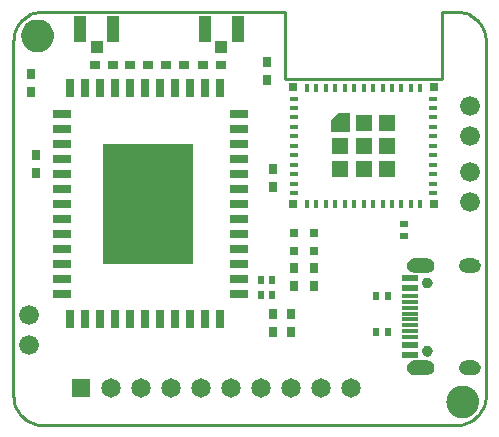
<source format=gbr>
G04 EAGLE Gerber RS-274X export*
G75*
%MOMM*%
%FSLAX34Y34*%
%LPD*%
%INSoldermask Top*%
%IPPOS*%
%AMOC8*
5,1,8,0,0,1.08239X$1,22.5*%
G01*
%ADD10C,2.500000*%
%ADD11R,1.650000X1.650000*%
%ADD12C,1.650000*%
%ADD13R,0.800000X0.400000*%
%ADD14R,0.400000X0.800000*%
%ADD15R,1.450000X1.450000*%
%ADD16R,0.700000X0.700000*%
%ADD17R,0.600000X0.700000*%
%ADD18R,1.450000X0.300000*%
%ADD19R,1.450000X0.600000*%
%ADD20R,1.450000X0.550000*%
%ADD21C,0.650000*%
%ADD22R,0.700000X0.600000*%
%ADD23R,0.800000X1.500000*%
%ADD24R,1.500000X0.800000*%
%ADD25R,7.620000X10.160000*%
%ADD26R,1.050000X2.200000*%
%ADD27R,1.000000X1.050000*%
%ADD28R,0.800000X0.900000*%
%ADD29R,0.900000X0.800000*%
%ADD30R,0.800000X0.800000*%
%ADD31C,1.676400*%
%ADD32C,0.254000*%

G36*
X285085Y247919D02*
X285085Y247919D01*
X285080Y247926D01*
X285087Y247932D01*
X285087Y264432D01*
X285051Y264479D01*
X285044Y264474D01*
X285038Y264481D01*
X275138Y264481D01*
X275117Y264465D01*
X275103Y264467D01*
X268503Y257867D01*
X268501Y257853D01*
X268491Y257845D01*
X268496Y257837D01*
X268489Y257832D01*
X268489Y247932D01*
X268525Y247885D01*
X268532Y247890D01*
X268538Y247883D01*
X285038Y247883D01*
X285085Y247919D01*
G37*
G36*
X350805Y129054D02*
X350805Y129054D01*
X350808Y129051D01*
X352075Y129256D01*
X352081Y129262D01*
X352086Y129259D01*
X353275Y129741D01*
X353279Y129748D01*
X353285Y129746D01*
X354338Y130480D01*
X354340Y130488D01*
X354346Y130487D01*
X355209Y131437D01*
X355210Y131446D01*
X355215Y131446D01*
X355845Y132565D01*
X355844Y132573D01*
X355850Y132575D01*
X356215Y133805D01*
X356212Y133812D01*
X356216Y133815D01*
X356215Y133815D01*
X356217Y133816D01*
X356299Y135097D01*
X356297Y135101D01*
X356299Y135103D01*
X356217Y136384D01*
X356211Y136390D01*
X356215Y136395D01*
X355850Y137625D01*
X355843Y137630D01*
X355845Y137635D01*
X355215Y138754D01*
X355208Y138757D01*
X355209Y138763D01*
X354346Y139713D01*
X354338Y139714D01*
X354338Y139720D01*
X353285Y140454D01*
X353277Y140454D01*
X353275Y140459D01*
X352086Y140941D01*
X352078Y140939D01*
X352075Y140944D01*
X350808Y141149D01*
X350803Y141146D01*
X350800Y141149D01*
X338800Y141149D01*
X338796Y141146D01*
X338793Y141149D01*
X337671Y140994D01*
X337666Y140989D01*
X337662Y140992D01*
X336591Y140621D01*
X336587Y140615D01*
X336582Y140617D01*
X335605Y140044D01*
X335602Y140038D01*
X335597Y140039D01*
X334750Y139286D01*
X334748Y139279D01*
X334743Y139279D01*
X334059Y138376D01*
X334059Y138369D01*
X334054Y138368D01*
X333559Y137349D01*
X333561Y137342D01*
X333559Y137341D01*
X333556Y137340D01*
X333269Y136243D01*
X333272Y136237D01*
X333268Y136234D01*
X333201Y135103D01*
X333203Y135099D01*
X333201Y135097D01*
X333268Y133966D01*
X333273Y133961D01*
X333269Y133957D01*
X333556Y132860D01*
X333562Y132856D01*
X333559Y132851D01*
X334054Y131832D01*
X334060Y131829D01*
X334059Y131824D01*
X334743Y130921D01*
X334750Y130919D01*
X334750Y130914D01*
X335597Y130161D01*
X335604Y130161D01*
X335605Y130156D01*
X336582Y129583D01*
X336589Y129584D01*
X336591Y129579D01*
X337662Y129208D01*
X337668Y129211D01*
X337671Y129206D01*
X338793Y129051D01*
X338798Y129054D01*
X338800Y129051D01*
X350800Y129051D01*
X350805Y129054D01*
G37*
G36*
X350805Y42654D02*
X350805Y42654D01*
X350808Y42651D01*
X352075Y42856D01*
X352081Y42862D01*
X352086Y42859D01*
X353275Y43341D01*
X353279Y43348D01*
X353285Y43346D01*
X354338Y44080D01*
X354340Y44088D01*
X354346Y44087D01*
X355209Y45037D01*
X355210Y45046D01*
X355215Y45046D01*
X355845Y46165D01*
X355844Y46173D01*
X355850Y46175D01*
X356215Y47405D01*
X356212Y47412D01*
X356216Y47415D01*
X356215Y47415D01*
X356217Y47416D01*
X356299Y48697D01*
X356297Y48701D01*
X356299Y48703D01*
X356217Y49984D01*
X356211Y49990D01*
X356215Y49995D01*
X355850Y51225D01*
X355843Y51230D01*
X355845Y51235D01*
X355215Y52354D01*
X355208Y52357D01*
X355209Y52363D01*
X354346Y53313D01*
X354338Y53314D01*
X354338Y53320D01*
X353285Y54054D01*
X353277Y54054D01*
X353275Y54059D01*
X352086Y54541D01*
X352078Y54539D01*
X352075Y54544D01*
X350808Y54749D01*
X350803Y54746D01*
X350800Y54749D01*
X338800Y54749D01*
X338796Y54746D01*
X338793Y54749D01*
X337671Y54594D01*
X337666Y54589D01*
X337662Y54592D01*
X336591Y54221D01*
X336587Y54215D01*
X336582Y54217D01*
X335605Y53644D01*
X335602Y53638D01*
X335597Y53639D01*
X334750Y52886D01*
X334748Y52879D01*
X334743Y52879D01*
X334059Y51976D01*
X334059Y51969D01*
X334054Y51968D01*
X333559Y50949D01*
X333561Y50942D01*
X333559Y50941D01*
X333556Y50940D01*
X333269Y49843D01*
X333272Y49837D01*
X333268Y49834D01*
X333201Y48703D01*
X333203Y48699D01*
X333201Y48697D01*
X333268Y47566D01*
X333273Y47561D01*
X333269Y47557D01*
X333556Y46460D01*
X333562Y46456D01*
X333559Y46451D01*
X334054Y45432D01*
X334060Y45429D01*
X334059Y45424D01*
X334743Y44521D01*
X334750Y44519D01*
X334750Y44514D01*
X335597Y43761D01*
X335604Y43761D01*
X335605Y43756D01*
X336582Y43183D01*
X336589Y43184D01*
X336591Y43179D01*
X337662Y42808D01*
X337668Y42811D01*
X337671Y42806D01*
X338793Y42651D01*
X338798Y42654D01*
X338800Y42651D01*
X350800Y42651D01*
X350805Y42654D01*
G37*
G36*
X389604Y129053D02*
X389604Y129053D01*
X389606Y129051D01*
X390935Y129206D01*
X390941Y129212D01*
X390945Y129209D01*
X392206Y129656D01*
X392211Y129663D01*
X392216Y129661D01*
X393346Y130378D01*
X393349Y130385D01*
X393355Y130384D01*
X394297Y131335D01*
X394298Y131343D01*
X394304Y131343D01*
X395011Y132479D01*
X395011Y132484D01*
X395012Y132485D01*
X395011Y132487D01*
X395016Y132489D01*
X395452Y133754D01*
X395450Y133762D01*
X395455Y133765D01*
X395599Y135095D01*
X395595Y135101D01*
X395599Y135105D01*
X395489Y136271D01*
X395484Y136276D01*
X395487Y136280D01*
X395152Y137403D01*
X395146Y137407D01*
X395148Y137411D01*
X394600Y138447D01*
X394594Y138450D01*
X394595Y138455D01*
X393856Y139363D01*
X393849Y139365D01*
X393849Y139370D01*
X392947Y140117D01*
X392940Y140117D01*
X392939Y140123D01*
X391908Y140679D01*
X391901Y140678D01*
X391899Y140683D01*
X390780Y141027D01*
X390773Y141025D01*
X390770Y141029D01*
X389605Y141149D01*
X389602Y141147D01*
X389600Y141149D01*
X383600Y141149D01*
X383597Y141147D01*
X383595Y141149D01*
X382419Y141038D01*
X382414Y141033D01*
X382410Y141036D01*
X381278Y140698D01*
X381274Y140692D01*
X381269Y140694D01*
X380225Y140142D01*
X380222Y140135D01*
X380217Y140137D01*
X379301Y139391D01*
X379300Y139384D01*
X379294Y139384D01*
X378541Y138475D01*
X378541Y138467D01*
X378536Y138467D01*
X377975Y137427D01*
X377976Y137420D01*
X377971Y137418D01*
X377624Y136289D01*
X377626Y136283D01*
X377622Y136280D01*
X377501Y135105D01*
X377505Y135098D01*
X377501Y135094D01*
X377658Y133754D01*
X377663Y133748D01*
X377660Y133743D01*
X378111Y132472D01*
X378118Y132467D01*
X378116Y132462D01*
X378838Y131323D01*
X378846Y131320D01*
X378845Y131314D01*
X379803Y130364D01*
X379811Y130363D01*
X379812Y130357D01*
X380957Y129644D01*
X380966Y129645D01*
X380967Y129639D01*
X382243Y129199D01*
X382250Y129201D01*
X382252Y129199D01*
X382253Y129197D01*
X383595Y129051D01*
X383598Y129053D01*
X383600Y129051D01*
X389600Y129051D01*
X389604Y129053D01*
G37*
G36*
X389604Y42653D02*
X389604Y42653D01*
X389606Y42651D01*
X390935Y42806D01*
X390941Y42812D01*
X390945Y42809D01*
X392206Y43256D01*
X392211Y43263D01*
X392216Y43261D01*
X393346Y43978D01*
X393349Y43985D01*
X393355Y43984D01*
X394297Y44935D01*
X394298Y44943D01*
X394304Y44943D01*
X395011Y46079D01*
X395011Y46084D01*
X395012Y46085D01*
X395011Y46087D01*
X395016Y46089D01*
X395452Y47354D01*
X395450Y47362D01*
X395455Y47365D01*
X395599Y48695D01*
X395595Y48701D01*
X395599Y48705D01*
X395489Y49871D01*
X395484Y49876D01*
X395487Y49880D01*
X395152Y51003D01*
X395146Y51007D01*
X395148Y51011D01*
X394600Y52047D01*
X394594Y52050D01*
X394595Y52055D01*
X393856Y52963D01*
X393849Y52965D01*
X393849Y52970D01*
X392947Y53717D01*
X392940Y53717D01*
X392939Y53723D01*
X391908Y54279D01*
X391901Y54278D01*
X391899Y54283D01*
X390780Y54627D01*
X390773Y54625D01*
X390770Y54629D01*
X389605Y54749D01*
X389602Y54747D01*
X389600Y54749D01*
X383600Y54749D01*
X383597Y54747D01*
X383595Y54749D01*
X382419Y54638D01*
X382414Y54633D01*
X382410Y54636D01*
X381278Y54298D01*
X381274Y54292D01*
X381269Y54294D01*
X380225Y53742D01*
X380222Y53735D01*
X380217Y53737D01*
X379301Y52991D01*
X379300Y52984D01*
X379294Y52984D01*
X378541Y52075D01*
X378541Y52067D01*
X378536Y52067D01*
X377975Y51027D01*
X377976Y51020D01*
X377971Y51018D01*
X377624Y49889D01*
X377626Y49883D01*
X377622Y49880D01*
X377501Y48705D01*
X377505Y48698D01*
X377501Y48694D01*
X377658Y47354D01*
X377663Y47348D01*
X377660Y47343D01*
X378111Y46072D01*
X378118Y46067D01*
X378116Y46062D01*
X378838Y44923D01*
X378846Y44920D01*
X378845Y44914D01*
X379803Y43964D01*
X379811Y43963D01*
X379812Y43957D01*
X380957Y43244D01*
X380966Y43245D01*
X380967Y43239D01*
X382243Y42799D01*
X382250Y42801D01*
X382252Y42799D01*
X382253Y42797D01*
X383595Y42651D01*
X383598Y42653D01*
X383600Y42651D01*
X389600Y42651D01*
X389604Y42653D01*
G37*
D10*
X20000Y330000D03*
X380000Y20000D03*
D11*
X57436Y31754D03*
D12*
X82836Y31754D03*
X108236Y31754D03*
X133636Y31754D03*
X159036Y31754D03*
X184436Y31754D03*
X209836Y31754D03*
X235236Y31754D03*
X260636Y31754D03*
X286036Y31754D03*
D13*
X237538Y276432D03*
X237538Y268432D03*
X237538Y260432D03*
X237538Y252432D03*
X237538Y244432D03*
X237538Y236432D03*
X237538Y228432D03*
X237538Y220432D03*
X237538Y212432D03*
X237538Y204432D03*
X237538Y196432D03*
D14*
X248538Y187432D03*
X256538Y187432D03*
X264538Y187432D03*
X272538Y187432D03*
X280538Y187432D03*
X288538Y187432D03*
X296538Y187432D03*
X304538Y187432D03*
X312538Y187432D03*
X320538Y187432D03*
X328538Y187432D03*
X336538Y187432D03*
X344538Y187432D03*
D13*
X355538Y196432D03*
X355538Y204432D03*
X355538Y212432D03*
X355538Y220432D03*
X355538Y228432D03*
X355538Y236432D03*
X355538Y244432D03*
X355538Y252432D03*
X355538Y260432D03*
X355538Y268432D03*
X355538Y276432D03*
D14*
X344538Y285432D03*
X336538Y285432D03*
X328538Y285432D03*
X320538Y285432D03*
X312538Y285432D03*
X304538Y285432D03*
X296538Y285432D03*
X288538Y285432D03*
X280538Y285432D03*
X272538Y285432D03*
X264538Y285432D03*
X256538Y285432D03*
X248538Y285432D03*
D15*
X296538Y236432D03*
X316288Y256182D03*
X296538Y256182D03*
X276788Y236432D03*
X276788Y216682D03*
X296538Y216682D03*
X316288Y216682D03*
X316288Y236432D03*
D16*
X237038Y285932D03*
X237038Y186932D03*
X356038Y186932D03*
X356038Y285932D03*
D17*
X306824Y108948D03*
X316824Y108948D03*
X306824Y78722D03*
X316824Y78722D03*
D18*
X335600Y99400D03*
X335600Y94400D03*
D19*
X335600Y124150D03*
D20*
X335600Y116400D03*
D18*
X335600Y109400D03*
X335600Y104400D03*
X335600Y84400D03*
X335600Y89400D03*
D19*
X335600Y59650D03*
D20*
X335600Y67400D03*
D18*
X335600Y74400D03*
X335600Y79400D03*
D21*
X350050Y63000D03*
X350050Y120800D03*
D22*
X330546Y170104D03*
X330546Y160104D03*
D23*
X175000Y285000D03*
X162300Y285000D03*
X149600Y285000D03*
X136900Y285000D03*
X124200Y285000D03*
X111500Y285000D03*
X98800Y285000D03*
X86100Y285000D03*
X73400Y285000D03*
X60700Y285000D03*
X48000Y285000D03*
X175000Y90000D03*
X162300Y90000D03*
X149600Y90000D03*
X136900Y90000D03*
X124200Y90000D03*
X111500Y90000D03*
X98800Y90000D03*
X86100Y90000D03*
X73400Y90000D03*
X60700Y90000D03*
X48000Y90000D03*
D24*
X41100Y263200D03*
X41100Y250500D03*
X41100Y237800D03*
X41100Y225100D03*
X41100Y212400D03*
X41100Y199700D03*
X41100Y187000D03*
X41100Y174300D03*
X41100Y161600D03*
X41100Y148900D03*
X41100Y136200D03*
X41100Y123500D03*
X41100Y110800D03*
X191100Y263200D03*
X191100Y250500D03*
X191100Y237800D03*
X191100Y225100D03*
X191100Y212400D03*
X191100Y199700D03*
X191100Y187000D03*
X191100Y174300D03*
X191100Y161600D03*
X191100Y148900D03*
X191100Y136200D03*
X191100Y123500D03*
X191100Y110800D03*
D25*
X114040Y187210D03*
D26*
X84164Y335000D03*
X56664Y335000D03*
D27*
X70414Y319750D03*
D28*
X15000Y297620D03*
X15000Y282380D03*
X215000Y292380D03*
X215000Y307620D03*
D17*
X209236Y123156D03*
X219236Y123156D03*
X209316Y110494D03*
X219316Y110494D03*
D26*
X189766Y335000D03*
X162266Y335000D03*
D27*
X176016Y319750D03*
D28*
X234628Y94412D03*
X234628Y79172D03*
X219948Y94426D03*
X219948Y79186D03*
X18994Y228584D03*
X18994Y213344D03*
D29*
X83970Y305000D03*
X68730Y305000D03*
X114122Y305108D03*
X98882Y305108D03*
X160936Y305000D03*
X176176Y305000D03*
X129412Y305000D03*
X144652Y305000D03*
D30*
X237914Y162780D03*
X237914Y147780D03*
X254810Y162780D03*
X254810Y147780D03*
D28*
X254810Y117660D03*
X254810Y132900D03*
X237914Y117660D03*
X237914Y132900D03*
D31*
X12914Y92876D03*
X12914Y67476D03*
D28*
X219746Y216722D03*
X219746Y201482D03*
D31*
X386842Y245110D03*
X386842Y270510D03*
X386588Y188468D03*
X386588Y213868D03*
D32*
X0Y25000D02*
X95Y22821D01*
X380Y20659D01*
X852Y18530D01*
X1508Y16450D01*
X2342Y14435D01*
X3349Y12500D01*
X4521Y10661D01*
X5849Y8930D01*
X7322Y7322D01*
X8930Y5849D01*
X10661Y4521D01*
X12500Y3349D01*
X14435Y2342D01*
X16450Y1508D01*
X18530Y852D01*
X20659Y380D01*
X22821Y95D01*
X25000Y0D01*
X375000Y0D01*
X377179Y95D01*
X379341Y380D01*
X381470Y852D01*
X383551Y1508D01*
X385565Y2342D01*
X387500Y3349D01*
X389339Y4521D01*
X391070Y5849D01*
X392678Y7322D01*
X394151Y8930D01*
X395479Y10661D01*
X396651Y12500D01*
X397658Y14435D01*
X398492Y16450D01*
X399148Y18530D01*
X399620Y20659D01*
X399905Y22821D01*
X400000Y25000D01*
X400000Y325000D01*
X399905Y327179D01*
X399620Y329341D01*
X399148Y331470D01*
X398492Y333551D01*
X397658Y335565D01*
X396651Y337500D01*
X395479Y339339D01*
X394151Y341070D01*
X392678Y342678D01*
X391070Y344151D01*
X389339Y345479D01*
X387500Y346651D01*
X385565Y347658D01*
X383551Y348492D01*
X381470Y349148D01*
X379341Y349620D01*
X377179Y349905D01*
X375000Y350000D01*
X362698Y350000D01*
X362698Y293000D01*
X230000Y293000D01*
X230000Y350000D01*
X25000Y350000D01*
X22821Y349905D01*
X20659Y349620D01*
X18530Y349148D01*
X16450Y348492D01*
X14435Y347658D01*
X12500Y346651D01*
X10661Y345479D01*
X8930Y344151D01*
X7322Y342678D01*
X5849Y341070D01*
X4521Y339339D01*
X3349Y337500D01*
X2342Y335565D01*
X1508Y333551D01*
X852Y331470D01*
X380Y329341D01*
X95Y327179D01*
X0Y325000D01*
X0Y25000D01*
X339250Y132100D02*
X350250Y132100D01*
X350511Y132111D01*
X350771Y132146D01*
X351026Y132202D01*
X351276Y132281D01*
X351518Y132381D01*
X351750Y132502D01*
X351971Y132643D01*
X352178Y132802D01*
X352371Y132979D01*
X352548Y133172D01*
X352707Y133379D01*
X352848Y133600D01*
X352969Y133832D01*
X353069Y134074D01*
X353148Y134324D01*
X353204Y134579D01*
X353239Y134839D01*
X353250Y135100D01*
X353239Y135361D01*
X353204Y135621D01*
X353148Y135876D01*
X353069Y136126D01*
X352969Y136368D01*
X352848Y136600D01*
X352707Y136821D01*
X352548Y137028D01*
X352371Y137221D01*
X352178Y137398D01*
X351971Y137557D01*
X351750Y137698D01*
X351518Y137819D01*
X351276Y137919D01*
X351026Y137998D01*
X350771Y138054D01*
X350511Y138089D01*
X350250Y138100D01*
X339250Y138100D01*
X338989Y138089D01*
X338729Y138054D01*
X338474Y137998D01*
X338224Y137919D01*
X337982Y137819D01*
X337750Y137698D01*
X337529Y137557D01*
X337322Y137398D01*
X337129Y137221D01*
X336952Y137028D01*
X336793Y136821D01*
X336652Y136600D01*
X336531Y136368D01*
X336431Y136126D01*
X336352Y135876D01*
X336296Y135621D01*
X336261Y135361D01*
X336250Y135100D01*
X336261Y134839D01*
X336296Y134579D01*
X336352Y134324D01*
X336431Y134074D01*
X336531Y133832D01*
X336652Y133600D01*
X336793Y133379D01*
X336952Y133172D01*
X337129Y132979D01*
X337322Y132802D01*
X337529Y132643D01*
X337750Y132502D01*
X337982Y132381D01*
X338224Y132281D01*
X338474Y132202D01*
X338729Y132146D01*
X338989Y132111D01*
X339250Y132100D01*
X383400Y132100D02*
X389600Y132100D01*
X389861Y132111D01*
X390121Y132146D01*
X390376Y132202D01*
X390626Y132281D01*
X390868Y132381D01*
X391100Y132502D01*
X391321Y132643D01*
X391528Y132802D01*
X391721Y132979D01*
X391898Y133172D01*
X392057Y133379D01*
X392198Y133600D01*
X392319Y133832D01*
X392419Y134074D01*
X392498Y134324D01*
X392554Y134579D01*
X392589Y134839D01*
X392600Y135100D01*
X392589Y135361D01*
X392554Y135621D01*
X392498Y135876D01*
X392419Y136126D01*
X392319Y136368D01*
X392198Y136600D01*
X392057Y136821D01*
X391898Y137028D01*
X391721Y137221D01*
X391528Y137398D01*
X391321Y137557D01*
X391100Y137698D01*
X390868Y137819D01*
X390626Y137919D01*
X390376Y137998D01*
X390121Y138054D01*
X389861Y138089D01*
X389600Y138100D01*
X383400Y138100D01*
X383139Y138089D01*
X382879Y138054D01*
X382624Y137998D01*
X382374Y137919D01*
X382132Y137819D01*
X381900Y137698D01*
X381679Y137557D01*
X381472Y137398D01*
X381279Y137221D01*
X381102Y137028D01*
X380943Y136821D01*
X380802Y136600D01*
X380681Y136368D01*
X380581Y136126D01*
X380502Y135876D01*
X380446Y135621D01*
X380411Y135361D01*
X380400Y135100D01*
X380411Y134839D01*
X380446Y134579D01*
X380502Y134324D01*
X380581Y134074D01*
X380681Y133832D01*
X380802Y133600D01*
X380943Y133379D01*
X381102Y133172D01*
X381279Y132979D01*
X381472Y132802D01*
X381679Y132643D01*
X381900Y132502D01*
X382132Y132381D01*
X382374Y132281D01*
X382624Y132202D01*
X382879Y132146D01*
X383139Y132111D01*
X383400Y132100D01*
X383400Y45700D02*
X389600Y45700D01*
X389861Y45711D01*
X390121Y45746D01*
X390376Y45802D01*
X390626Y45881D01*
X390868Y45981D01*
X391100Y46102D01*
X391321Y46243D01*
X391528Y46402D01*
X391721Y46579D01*
X391898Y46772D01*
X392057Y46979D01*
X392198Y47200D01*
X392319Y47432D01*
X392419Y47674D01*
X392498Y47924D01*
X392554Y48179D01*
X392589Y48439D01*
X392600Y48700D01*
X392589Y48961D01*
X392554Y49221D01*
X392498Y49476D01*
X392419Y49726D01*
X392319Y49968D01*
X392198Y50200D01*
X392057Y50421D01*
X391898Y50628D01*
X391721Y50821D01*
X391528Y50998D01*
X391321Y51157D01*
X391100Y51298D01*
X390868Y51419D01*
X390626Y51519D01*
X390376Y51598D01*
X390121Y51654D01*
X389861Y51689D01*
X389600Y51700D01*
X383400Y51700D01*
X383139Y51689D01*
X382879Y51654D01*
X382624Y51598D01*
X382374Y51519D01*
X382132Y51419D01*
X381900Y51298D01*
X381679Y51157D01*
X381472Y50998D01*
X381279Y50821D01*
X381102Y50628D01*
X380943Y50421D01*
X380802Y50200D01*
X380681Y49968D01*
X380581Y49726D01*
X380502Y49476D01*
X380446Y49221D01*
X380411Y48961D01*
X380400Y48700D01*
X380411Y48439D01*
X380446Y48179D01*
X380502Y47924D01*
X380581Y47674D01*
X380681Y47432D01*
X380802Y47200D01*
X380943Y46979D01*
X381102Y46772D01*
X381279Y46579D01*
X381472Y46402D01*
X381679Y46243D01*
X381900Y46102D01*
X382132Y45981D01*
X382374Y45881D01*
X382624Y45802D01*
X382879Y45746D01*
X383139Y45711D01*
X383400Y45700D01*
X339250Y45700D02*
X350250Y45700D01*
X350511Y45711D01*
X350771Y45746D01*
X351026Y45802D01*
X351276Y45881D01*
X351518Y45981D01*
X351750Y46102D01*
X351971Y46243D01*
X352178Y46402D01*
X352371Y46579D01*
X352548Y46772D01*
X352707Y46979D01*
X352848Y47200D01*
X352969Y47432D01*
X353069Y47674D01*
X353148Y47924D01*
X353204Y48179D01*
X353239Y48439D01*
X353250Y48700D01*
X353239Y48961D01*
X353204Y49221D01*
X353148Y49476D01*
X353069Y49726D01*
X352969Y49968D01*
X352848Y50200D01*
X352707Y50421D01*
X352548Y50628D01*
X352371Y50821D01*
X352178Y50998D01*
X351971Y51157D01*
X351750Y51298D01*
X351518Y51419D01*
X351276Y51519D01*
X351026Y51598D01*
X350771Y51654D01*
X350511Y51689D01*
X350250Y51700D01*
X339250Y51700D01*
X338989Y51689D01*
X338729Y51654D01*
X338474Y51598D01*
X338224Y51519D01*
X337982Y51419D01*
X337750Y51298D01*
X337529Y51157D01*
X337322Y50998D01*
X337129Y50821D01*
X336952Y50628D01*
X336793Y50421D01*
X336652Y50200D01*
X336531Y49968D01*
X336431Y49726D01*
X336352Y49476D01*
X336296Y49221D01*
X336261Y48961D01*
X336250Y48700D01*
X336261Y48439D01*
X336296Y48179D01*
X336352Y47924D01*
X336431Y47674D01*
X336531Y47432D01*
X336652Y47200D01*
X336793Y46979D01*
X336952Y46772D01*
X337129Y46579D01*
X337322Y46402D01*
X337529Y46243D01*
X337750Y46102D01*
X337982Y45981D01*
X338224Y45881D01*
X338474Y45802D01*
X338729Y45746D01*
X338989Y45711D01*
X339250Y45700D01*
X32500Y329509D02*
X32423Y328530D01*
X32269Y327560D01*
X32040Y326604D01*
X31736Y325670D01*
X31361Y324763D01*
X30915Y323888D01*
X30401Y323050D01*
X29824Y322255D01*
X29186Y321508D01*
X28492Y320814D01*
X27745Y320176D01*
X26950Y319599D01*
X26112Y319085D01*
X25237Y318639D01*
X24330Y318264D01*
X23396Y317960D01*
X22441Y317731D01*
X21470Y317577D01*
X20491Y317500D01*
X19509Y317500D01*
X18530Y317577D01*
X17560Y317731D01*
X16604Y317960D01*
X15670Y318264D01*
X14763Y318639D01*
X13888Y319085D01*
X13050Y319599D01*
X12255Y320176D01*
X11508Y320814D01*
X10814Y321508D01*
X10176Y322255D01*
X9599Y323050D01*
X9085Y323888D01*
X8639Y324763D01*
X8264Y325670D01*
X7960Y326604D01*
X7731Y327560D01*
X7577Y328530D01*
X7500Y329509D01*
X7500Y330491D01*
X7577Y331470D01*
X7731Y332441D01*
X7960Y333396D01*
X8264Y334330D01*
X8639Y335237D01*
X9085Y336112D01*
X9599Y336950D01*
X10176Y337745D01*
X10814Y338492D01*
X11508Y339186D01*
X12255Y339824D01*
X13050Y340401D01*
X13888Y340915D01*
X14763Y341361D01*
X15670Y341736D01*
X16604Y342040D01*
X17560Y342269D01*
X18530Y342423D01*
X19509Y342500D01*
X20491Y342500D01*
X21470Y342423D01*
X22441Y342269D01*
X23396Y342040D01*
X24330Y341736D01*
X25237Y341361D01*
X26112Y340915D01*
X26950Y340401D01*
X27745Y339824D01*
X28492Y339186D01*
X29186Y338492D01*
X29824Y337745D01*
X30401Y336950D01*
X30915Y336112D01*
X31361Y335237D01*
X31736Y334330D01*
X32040Y333396D01*
X32269Y332441D01*
X32423Y331470D01*
X32500Y330491D01*
X32500Y329509D01*
X392500Y19509D02*
X392423Y18530D01*
X392269Y17560D01*
X392040Y16604D01*
X391736Y15670D01*
X391361Y14763D01*
X390915Y13888D01*
X390401Y13050D01*
X389824Y12255D01*
X389186Y11508D01*
X388492Y10814D01*
X387745Y10176D01*
X386950Y9599D01*
X386112Y9085D01*
X385237Y8639D01*
X384330Y8264D01*
X383396Y7960D01*
X382441Y7731D01*
X381470Y7577D01*
X380491Y7500D01*
X379509Y7500D01*
X378530Y7577D01*
X377560Y7731D01*
X376604Y7960D01*
X375670Y8264D01*
X374763Y8639D01*
X373888Y9085D01*
X373050Y9599D01*
X372255Y10176D01*
X371508Y10814D01*
X370814Y11508D01*
X370176Y12255D01*
X369599Y13050D01*
X369085Y13888D01*
X368639Y14763D01*
X368264Y15670D01*
X367960Y16604D01*
X367731Y17560D01*
X367577Y18530D01*
X367500Y19509D01*
X367500Y20491D01*
X367577Y21470D01*
X367731Y22441D01*
X367960Y23396D01*
X368264Y24330D01*
X368639Y25237D01*
X369085Y26112D01*
X369599Y26950D01*
X370176Y27745D01*
X370814Y28492D01*
X371508Y29186D01*
X372255Y29824D01*
X373050Y30401D01*
X373888Y30915D01*
X374763Y31361D01*
X375670Y31736D01*
X376604Y32040D01*
X377560Y32269D01*
X378530Y32423D01*
X379509Y32500D01*
X380491Y32500D01*
X381470Y32423D01*
X382441Y32269D01*
X383396Y32040D01*
X384330Y31736D01*
X385237Y31361D01*
X386112Y30915D01*
X386950Y30401D01*
X387745Y29824D01*
X388492Y29186D01*
X389186Y28492D01*
X389824Y27745D01*
X390401Y26950D01*
X390915Y26112D01*
X391361Y25237D01*
X391736Y24330D01*
X392040Y23396D01*
X392269Y22441D01*
X392423Y21470D01*
X392500Y20491D01*
X392500Y19509D01*
X350263Y66250D02*
X350685Y66194D01*
X351097Y66084D01*
X351491Y65921D01*
X351859Y65708D01*
X352197Y65449D01*
X352499Y65147D01*
X352758Y64809D01*
X352971Y64441D01*
X353134Y64047D01*
X353244Y63635D01*
X353300Y63213D01*
X353300Y62787D01*
X353244Y62365D01*
X353134Y61953D01*
X352971Y61559D01*
X352758Y61191D01*
X352499Y60853D01*
X352197Y60551D01*
X351859Y60292D01*
X351491Y60079D01*
X351097Y59916D01*
X350685Y59806D01*
X350263Y59750D01*
X349837Y59750D01*
X349415Y59806D01*
X349003Y59916D01*
X348609Y60079D01*
X348241Y60292D01*
X347903Y60551D01*
X347601Y60853D01*
X347342Y61191D01*
X347129Y61559D01*
X346966Y61953D01*
X346856Y62365D01*
X346800Y62787D01*
X346800Y63213D01*
X346856Y63635D01*
X346966Y64047D01*
X347129Y64441D01*
X347342Y64809D01*
X347601Y65147D01*
X347903Y65449D01*
X348241Y65708D01*
X348609Y65921D01*
X349003Y66084D01*
X349415Y66194D01*
X349837Y66250D01*
X350263Y66250D01*
X350263Y124050D02*
X350685Y123994D01*
X351097Y123884D01*
X351491Y123721D01*
X351859Y123508D01*
X352197Y123249D01*
X352499Y122947D01*
X352758Y122609D01*
X352971Y122241D01*
X353134Y121847D01*
X353244Y121435D01*
X353300Y121013D01*
X353300Y120587D01*
X353244Y120165D01*
X353134Y119753D01*
X352971Y119359D01*
X352758Y118991D01*
X352499Y118653D01*
X352197Y118351D01*
X351859Y118092D01*
X351491Y117879D01*
X351097Y117716D01*
X350685Y117606D01*
X350263Y117550D01*
X349837Y117550D01*
X349415Y117606D01*
X349003Y117716D01*
X348609Y117879D01*
X348241Y118092D01*
X347903Y118351D01*
X347601Y118653D01*
X347342Y118991D01*
X347129Y119359D01*
X346966Y119753D01*
X346856Y120165D01*
X346800Y120587D01*
X346800Y121013D01*
X346856Y121435D01*
X346966Y121847D01*
X347129Y122241D01*
X347342Y122609D01*
X347601Y122947D01*
X347903Y123249D01*
X348241Y123508D01*
X348609Y123721D01*
X349003Y123884D01*
X349415Y123994D01*
X349837Y124050D01*
X350263Y124050D01*
M02*

</source>
